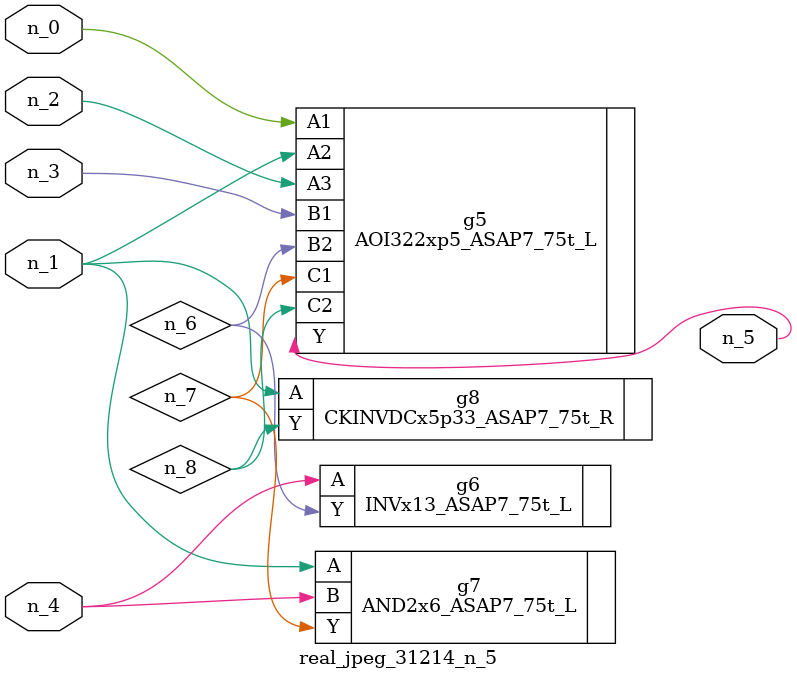
<source format=v>
module real_jpeg_31214_n_5 (n_4, n_0, n_1, n_2, n_3, n_5);

input n_4;
input n_0;
input n_1;
input n_2;
input n_3;

output n_5;

wire n_8;
wire n_6;
wire n_7;

AOI322xp5_ASAP7_75t_L g5 ( 
.A1(n_0),
.A2(n_1),
.A3(n_2),
.B1(n_3),
.B2(n_6),
.C1(n_7),
.C2(n_8),
.Y(n_5)
);

AND2x6_ASAP7_75t_L g7 ( 
.A(n_1),
.B(n_4),
.Y(n_7)
);

CKINVDCx5p33_ASAP7_75t_R g8 ( 
.A(n_1),
.Y(n_8)
);

INVx13_ASAP7_75t_L g6 ( 
.A(n_4),
.Y(n_6)
);


endmodule
</source>
